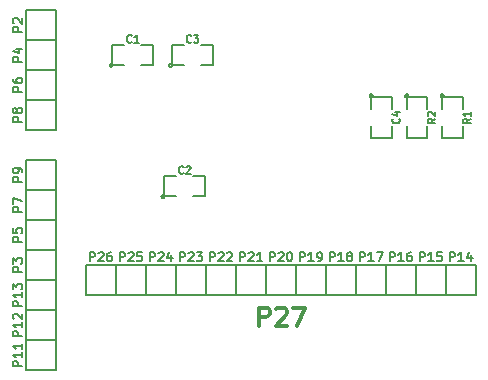
<source format=gto>
G04 (created by PCBNEW-RS274X (2012-01-19 BZR 3256)-stable) date Mon 10 Dec 2012 14:48:19 GMT*
G01*
G70*
G90*
%MOIN*%
G04 Gerber Fmt 3.4, Leading zero omitted, Abs format*
%FSLAX34Y34*%
G04 APERTURE LIST*
%ADD10C,0.006000*%
%ADD11C,0.005000*%
%ADD12C,0.012000*%
G04 APERTURE END LIST*
G54D10*
G54D11*
X56389Y-36835D02*
X56388Y-36844D01*
X56385Y-36854D01*
X56380Y-36862D01*
X56374Y-36870D01*
X56366Y-36876D01*
X56358Y-36881D01*
X56349Y-36883D01*
X56339Y-36884D01*
X56330Y-36884D01*
X56321Y-36881D01*
X56312Y-36876D01*
X56305Y-36870D01*
X56298Y-36863D01*
X56294Y-36854D01*
X56291Y-36845D01*
X56290Y-36835D01*
X56290Y-36826D01*
X56293Y-36817D01*
X56297Y-36808D01*
X56304Y-36801D01*
X56311Y-36794D01*
X56319Y-36790D01*
X56329Y-36787D01*
X56338Y-36786D01*
X56347Y-36786D01*
X56357Y-36789D01*
X56365Y-36793D01*
X56373Y-36799D01*
X56379Y-36807D01*
X56384Y-36815D01*
X56387Y-36824D01*
X56388Y-36834D01*
X56389Y-36835D01*
X56789Y-36835D02*
X56389Y-36835D01*
X56389Y-36835D02*
X56389Y-36157D01*
X56388Y-36157D02*
X56788Y-36157D01*
X57345Y-36157D02*
X57745Y-36157D01*
X57745Y-36157D02*
X57745Y-36835D01*
X57746Y-36835D02*
X57346Y-36835D01*
X66246Y-37855D02*
X66245Y-37864D01*
X66242Y-37874D01*
X66237Y-37882D01*
X66231Y-37890D01*
X66223Y-37896D01*
X66215Y-37901D01*
X66206Y-37903D01*
X66196Y-37904D01*
X66187Y-37904D01*
X66178Y-37901D01*
X66169Y-37896D01*
X66162Y-37890D01*
X66155Y-37883D01*
X66151Y-37874D01*
X66148Y-37865D01*
X66147Y-37855D01*
X66147Y-37846D01*
X66150Y-37837D01*
X66154Y-37828D01*
X66161Y-37821D01*
X66168Y-37814D01*
X66176Y-37810D01*
X66186Y-37807D01*
X66195Y-37806D01*
X66204Y-37806D01*
X66214Y-37809D01*
X66222Y-37813D01*
X66230Y-37819D01*
X66236Y-37827D01*
X66241Y-37835D01*
X66244Y-37844D01*
X66245Y-37854D01*
X66246Y-37855D01*
X66196Y-38305D02*
X66196Y-37905D01*
X66196Y-37905D02*
X66874Y-37905D01*
X66874Y-37904D02*
X66874Y-38304D01*
X66874Y-38861D02*
X66874Y-39261D01*
X66874Y-39261D02*
X66196Y-39261D01*
X66196Y-39262D02*
X66196Y-38862D01*
X67428Y-37855D02*
X67427Y-37864D01*
X67424Y-37874D01*
X67419Y-37882D01*
X67413Y-37890D01*
X67405Y-37896D01*
X67397Y-37901D01*
X67388Y-37903D01*
X67378Y-37904D01*
X67369Y-37904D01*
X67360Y-37901D01*
X67351Y-37896D01*
X67344Y-37890D01*
X67337Y-37883D01*
X67333Y-37874D01*
X67330Y-37865D01*
X67329Y-37855D01*
X67329Y-37846D01*
X67332Y-37837D01*
X67336Y-37828D01*
X67343Y-37821D01*
X67350Y-37814D01*
X67358Y-37810D01*
X67368Y-37807D01*
X67377Y-37806D01*
X67386Y-37806D01*
X67396Y-37809D01*
X67404Y-37813D01*
X67412Y-37819D01*
X67418Y-37827D01*
X67423Y-37835D01*
X67426Y-37844D01*
X67427Y-37854D01*
X67428Y-37855D01*
X67378Y-38305D02*
X67378Y-37905D01*
X67378Y-37905D02*
X68056Y-37905D01*
X68056Y-37904D02*
X68056Y-38304D01*
X68056Y-38861D02*
X68056Y-39261D01*
X68056Y-39261D02*
X67378Y-39261D01*
X67378Y-39262D02*
X67378Y-38862D01*
X58121Y-41205D02*
X58120Y-41214D01*
X58117Y-41224D01*
X58112Y-41232D01*
X58106Y-41240D01*
X58098Y-41246D01*
X58090Y-41251D01*
X58081Y-41253D01*
X58071Y-41254D01*
X58062Y-41254D01*
X58053Y-41251D01*
X58044Y-41246D01*
X58037Y-41240D01*
X58030Y-41233D01*
X58026Y-41224D01*
X58023Y-41215D01*
X58022Y-41205D01*
X58022Y-41196D01*
X58025Y-41187D01*
X58029Y-41178D01*
X58036Y-41171D01*
X58043Y-41164D01*
X58051Y-41160D01*
X58061Y-41157D01*
X58070Y-41156D01*
X58079Y-41156D01*
X58089Y-41159D01*
X58097Y-41163D01*
X58105Y-41169D01*
X58111Y-41177D01*
X58116Y-41185D01*
X58119Y-41194D01*
X58120Y-41204D01*
X58121Y-41205D01*
X58521Y-41205D02*
X58121Y-41205D01*
X58121Y-41205D02*
X58121Y-40527D01*
X58120Y-40527D02*
X58520Y-40527D01*
X59077Y-40527D02*
X59477Y-40527D01*
X59477Y-40527D02*
X59477Y-41205D01*
X59478Y-41205D02*
X59078Y-41205D01*
X58377Y-36835D02*
X58376Y-36844D01*
X58373Y-36854D01*
X58368Y-36862D01*
X58362Y-36870D01*
X58354Y-36876D01*
X58346Y-36881D01*
X58337Y-36883D01*
X58327Y-36884D01*
X58318Y-36884D01*
X58309Y-36881D01*
X58300Y-36876D01*
X58293Y-36870D01*
X58286Y-36863D01*
X58282Y-36854D01*
X58279Y-36845D01*
X58278Y-36835D01*
X58278Y-36826D01*
X58281Y-36817D01*
X58285Y-36808D01*
X58292Y-36801D01*
X58299Y-36794D01*
X58307Y-36790D01*
X58317Y-36787D01*
X58326Y-36786D01*
X58335Y-36786D01*
X58345Y-36789D01*
X58353Y-36793D01*
X58361Y-36799D01*
X58367Y-36807D01*
X58372Y-36815D01*
X58375Y-36824D01*
X58376Y-36834D01*
X58377Y-36835D01*
X58777Y-36835D02*
X58377Y-36835D01*
X58377Y-36835D02*
X58377Y-36157D01*
X58376Y-36157D02*
X58776Y-36157D01*
X59333Y-36157D02*
X59733Y-36157D01*
X59733Y-36157D02*
X59733Y-36835D01*
X59734Y-36835D02*
X59334Y-36835D01*
G54D10*
X62500Y-44500D02*
X62500Y-43500D01*
X62500Y-43500D02*
X63500Y-43500D01*
X63500Y-43500D02*
X63500Y-44500D01*
X63500Y-44500D02*
X62500Y-44500D01*
X54500Y-36000D02*
X53500Y-36000D01*
X53500Y-36000D02*
X53500Y-35000D01*
X53500Y-35000D02*
X54500Y-35000D01*
X54500Y-35000D02*
X54500Y-36000D01*
X54500Y-44000D02*
X53500Y-44000D01*
X53500Y-44000D02*
X53500Y-43000D01*
X53500Y-43000D02*
X54500Y-43000D01*
X54500Y-43000D02*
X54500Y-44000D01*
X54500Y-37000D02*
X53500Y-37000D01*
X53500Y-37000D02*
X53500Y-36000D01*
X53500Y-36000D02*
X54500Y-36000D01*
X54500Y-36000D02*
X54500Y-37000D01*
X55500Y-44500D02*
X55500Y-43500D01*
X55500Y-43500D02*
X56500Y-43500D01*
X56500Y-43500D02*
X56500Y-44500D01*
X56500Y-44500D02*
X55500Y-44500D01*
X56500Y-44500D02*
X56500Y-43500D01*
X56500Y-43500D02*
X57500Y-43500D01*
X57500Y-43500D02*
X57500Y-44500D01*
X57500Y-44500D02*
X56500Y-44500D01*
X57500Y-44500D02*
X57500Y-43500D01*
X57500Y-43500D02*
X58500Y-43500D01*
X58500Y-43500D02*
X58500Y-44500D01*
X58500Y-44500D02*
X57500Y-44500D01*
X58500Y-44500D02*
X58500Y-43500D01*
X58500Y-43500D02*
X59500Y-43500D01*
X59500Y-43500D02*
X59500Y-44500D01*
X59500Y-44500D02*
X58500Y-44500D01*
X59500Y-44500D02*
X59500Y-43500D01*
X59500Y-43500D02*
X60500Y-43500D01*
X60500Y-43500D02*
X60500Y-44500D01*
X60500Y-44500D02*
X59500Y-44500D01*
X60500Y-44500D02*
X60500Y-43500D01*
X60500Y-43500D02*
X61500Y-43500D01*
X61500Y-43500D02*
X61500Y-44500D01*
X61500Y-44500D02*
X60500Y-44500D01*
X61500Y-44500D02*
X61500Y-43500D01*
X61500Y-43500D02*
X62500Y-43500D01*
X62500Y-43500D02*
X62500Y-44500D01*
X62500Y-44500D02*
X61500Y-44500D01*
X54500Y-43000D02*
X53500Y-43000D01*
X53500Y-43000D02*
X53500Y-42000D01*
X53500Y-42000D02*
X54500Y-42000D01*
X54500Y-42000D02*
X54500Y-43000D01*
X63500Y-44500D02*
X63500Y-43500D01*
X63500Y-43500D02*
X64500Y-43500D01*
X64500Y-43500D02*
X64500Y-44500D01*
X64500Y-44500D02*
X63500Y-44500D01*
X64500Y-44500D02*
X64500Y-43500D01*
X64500Y-43500D02*
X65500Y-43500D01*
X65500Y-43500D02*
X65500Y-44500D01*
X65500Y-44500D02*
X64500Y-44500D01*
X65500Y-44500D02*
X65500Y-43500D01*
X65500Y-43500D02*
X66500Y-43500D01*
X66500Y-43500D02*
X66500Y-44500D01*
X66500Y-44500D02*
X65500Y-44500D01*
X66500Y-44500D02*
X66500Y-43500D01*
X66500Y-43500D02*
X67500Y-43500D01*
X67500Y-43500D02*
X67500Y-44500D01*
X67500Y-44500D02*
X66500Y-44500D01*
X67500Y-44500D02*
X67500Y-43500D01*
X67500Y-43500D02*
X68500Y-43500D01*
X68500Y-43500D02*
X68500Y-44500D01*
X68500Y-44500D02*
X67500Y-44500D01*
X54500Y-46000D02*
X53500Y-46000D01*
X53500Y-46000D02*
X53500Y-45000D01*
X53500Y-45000D02*
X54500Y-45000D01*
X54500Y-45000D02*
X54500Y-46000D01*
X54500Y-45000D02*
X53500Y-45000D01*
X53500Y-45000D02*
X53500Y-44000D01*
X53500Y-44000D02*
X54500Y-44000D01*
X54500Y-44000D02*
X54500Y-45000D01*
X54500Y-47000D02*
X53500Y-47000D01*
X53500Y-47000D02*
X53500Y-46000D01*
X53500Y-46000D02*
X54500Y-46000D01*
X54500Y-46000D02*
X54500Y-47000D01*
X54500Y-41000D02*
X53500Y-41000D01*
X53500Y-41000D02*
X53500Y-40000D01*
X53500Y-40000D02*
X54500Y-40000D01*
X54500Y-40000D02*
X54500Y-41000D01*
X54500Y-39000D02*
X53500Y-39000D01*
X53500Y-39000D02*
X53500Y-38000D01*
X53500Y-38000D02*
X54500Y-38000D01*
X54500Y-38000D02*
X54500Y-39000D01*
X54500Y-42000D02*
X53500Y-42000D01*
X53500Y-42000D02*
X53500Y-41000D01*
X53500Y-41000D02*
X54500Y-41000D01*
X54500Y-41000D02*
X54500Y-42000D01*
X54500Y-38000D02*
X53500Y-38000D01*
X53500Y-38000D02*
X53500Y-37000D01*
X53500Y-37000D02*
X54500Y-37000D01*
X54500Y-37000D02*
X54500Y-38000D01*
G54D11*
X65065Y-37855D02*
X65064Y-37864D01*
X65061Y-37874D01*
X65056Y-37882D01*
X65050Y-37890D01*
X65042Y-37896D01*
X65034Y-37901D01*
X65025Y-37903D01*
X65015Y-37904D01*
X65006Y-37904D01*
X64997Y-37901D01*
X64988Y-37896D01*
X64981Y-37890D01*
X64974Y-37883D01*
X64970Y-37874D01*
X64967Y-37865D01*
X64966Y-37855D01*
X64966Y-37846D01*
X64969Y-37837D01*
X64973Y-37828D01*
X64980Y-37821D01*
X64987Y-37814D01*
X64995Y-37810D01*
X65005Y-37807D01*
X65014Y-37806D01*
X65023Y-37806D01*
X65033Y-37809D01*
X65041Y-37813D01*
X65049Y-37819D01*
X65055Y-37827D01*
X65060Y-37835D01*
X65063Y-37844D01*
X65064Y-37854D01*
X65065Y-37855D01*
X65015Y-38305D02*
X65015Y-37905D01*
X65015Y-37905D02*
X65693Y-37905D01*
X65693Y-37904D02*
X65693Y-38304D01*
X65693Y-38861D02*
X65693Y-39261D01*
X65693Y-39261D02*
X65015Y-39261D01*
X65015Y-39262D02*
X65015Y-38862D01*
G54D12*
X61280Y-45519D02*
X61280Y-44919D01*
X61508Y-44919D01*
X61566Y-44947D01*
X61594Y-44976D01*
X61623Y-45033D01*
X61623Y-45119D01*
X61594Y-45176D01*
X61566Y-45205D01*
X61508Y-45233D01*
X61280Y-45233D01*
X61851Y-44976D02*
X61880Y-44947D01*
X61937Y-44919D01*
X62080Y-44919D01*
X62137Y-44947D01*
X62166Y-44976D01*
X62194Y-45033D01*
X62194Y-45090D01*
X62166Y-45176D01*
X61823Y-45519D01*
X62194Y-45519D01*
X62394Y-44919D02*
X62794Y-44919D01*
X62537Y-45519D01*
G54D11*
X57025Y-36061D02*
X57013Y-36073D01*
X56978Y-36085D01*
X56954Y-36085D01*
X56918Y-36073D01*
X56894Y-36049D01*
X56883Y-36026D01*
X56871Y-35978D01*
X56871Y-35942D01*
X56883Y-35895D01*
X56894Y-35871D01*
X56918Y-35847D01*
X56954Y-35835D01*
X56978Y-35835D01*
X57013Y-35847D01*
X57025Y-35859D01*
X57263Y-36085D02*
X57121Y-36085D01*
X57192Y-36085D02*
X57192Y-35835D01*
X57168Y-35871D01*
X57144Y-35895D01*
X57121Y-35907D01*
X67148Y-38625D02*
X67029Y-38708D01*
X67148Y-38767D02*
X66898Y-38767D01*
X66898Y-38672D01*
X66910Y-38648D01*
X66922Y-38637D01*
X66946Y-38625D01*
X66982Y-38625D01*
X67005Y-38637D01*
X67017Y-38648D01*
X67029Y-38672D01*
X67029Y-38767D01*
X66922Y-38529D02*
X66910Y-38517D01*
X66898Y-38494D01*
X66898Y-38434D01*
X66910Y-38410D01*
X66922Y-38398D01*
X66946Y-38387D01*
X66970Y-38387D01*
X67005Y-38398D01*
X67148Y-38541D01*
X67148Y-38387D01*
X68330Y-38625D02*
X68211Y-38708D01*
X68330Y-38767D02*
X68080Y-38767D01*
X68080Y-38672D01*
X68092Y-38648D01*
X68104Y-38637D01*
X68128Y-38625D01*
X68164Y-38625D01*
X68187Y-38637D01*
X68199Y-38648D01*
X68211Y-38672D01*
X68211Y-38767D01*
X68330Y-38387D02*
X68330Y-38529D01*
X68330Y-38458D02*
X68080Y-38458D01*
X68116Y-38482D01*
X68140Y-38506D01*
X68152Y-38529D01*
X58757Y-40431D02*
X58745Y-40443D01*
X58710Y-40455D01*
X58686Y-40455D01*
X58650Y-40443D01*
X58626Y-40419D01*
X58615Y-40396D01*
X58603Y-40348D01*
X58603Y-40312D01*
X58615Y-40265D01*
X58626Y-40241D01*
X58650Y-40217D01*
X58686Y-40205D01*
X58710Y-40205D01*
X58745Y-40217D01*
X58757Y-40229D01*
X58853Y-40229D02*
X58865Y-40217D01*
X58888Y-40205D01*
X58948Y-40205D01*
X58972Y-40217D01*
X58984Y-40229D01*
X58995Y-40253D01*
X58995Y-40277D01*
X58984Y-40312D01*
X58841Y-40455D01*
X58995Y-40455D01*
X59013Y-36061D02*
X59001Y-36073D01*
X58966Y-36085D01*
X58942Y-36085D01*
X58906Y-36073D01*
X58882Y-36049D01*
X58871Y-36026D01*
X58859Y-35978D01*
X58859Y-35942D01*
X58871Y-35895D01*
X58882Y-35871D01*
X58906Y-35847D01*
X58942Y-35835D01*
X58966Y-35835D01*
X59001Y-35847D01*
X59013Y-35859D01*
X59097Y-35835D02*
X59251Y-35835D01*
X59168Y-35930D01*
X59204Y-35930D01*
X59228Y-35942D01*
X59240Y-35954D01*
X59251Y-35978D01*
X59251Y-36038D01*
X59240Y-36061D01*
X59228Y-36073D01*
X59204Y-36085D01*
X59132Y-36085D01*
X59109Y-36073D01*
X59097Y-36061D01*
G54D10*
X62635Y-43371D02*
X62635Y-43071D01*
X62750Y-43071D01*
X62778Y-43086D01*
X62793Y-43100D01*
X62807Y-43129D01*
X62807Y-43171D01*
X62793Y-43200D01*
X62778Y-43214D01*
X62750Y-43229D01*
X62635Y-43229D01*
X63093Y-43371D02*
X62921Y-43371D01*
X63007Y-43371D02*
X63007Y-43071D01*
X62978Y-43114D01*
X62950Y-43143D01*
X62921Y-43157D01*
X63236Y-43371D02*
X63293Y-43371D01*
X63321Y-43357D01*
X63336Y-43343D01*
X63364Y-43300D01*
X63379Y-43243D01*
X63379Y-43129D01*
X63364Y-43100D01*
X63350Y-43086D01*
X63321Y-43071D01*
X63264Y-43071D01*
X63236Y-43086D01*
X63221Y-43100D01*
X63207Y-43129D01*
X63207Y-43200D01*
X63221Y-43229D01*
X63236Y-43243D01*
X63264Y-43257D01*
X63321Y-43257D01*
X63350Y-43243D01*
X63364Y-43229D01*
X63379Y-43200D01*
X53371Y-35722D02*
X53071Y-35722D01*
X53071Y-35607D01*
X53086Y-35579D01*
X53100Y-35564D01*
X53129Y-35550D01*
X53171Y-35550D01*
X53200Y-35564D01*
X53214Y-35579D01*
X53229Y-35607D01*
X53229Y-35722D01*
X53100Y-35436D02*
X53086Y-35422D01*
X53071Y-35393D01*
X53071Y-35322D01*
X53086Y-35293D01*
X53100Y-35279D01*
X53129Y-35264D01*
X53157Y-35264D01*
X53200Y-35279D01*
X53371Y-35450D01*
X53371Y-35264D01*
X53371Y-43722D02*
X53071Y-43722D01*
X53071Y-43607D01*
X53086Y-43579D01*
X53100Y-43564D01*
X53129Y-43550D01*
X53171Y-43550D01*
X53200Y-43564D01*
X53214Y-43579D01*
X53229Y-43607D01*
X53229Y-43722D01*
X53071Y-43450D02*
X53071Y-43264D01*
X53186Y-43364D01*
X53186Y-43322D01*
X53200Y-43293D01*
X53214Y-43279D01*
X53243Y-43264D01*
X53314Y-43264D01*
X53343Y-43279D01*
X53357Y-43293D01*
X53371Y-43322D01*
X53371Y-43407D01*
X53357Y-43436D01*
X53343Y-43450D01*
X53371Y-36722D02*
X53071Y-36722D01*
X53071Y-36607D01*
X53086Y-36579D01*
X53100Y-36564D01*
X53129Y-36550D01*
X53171Y-36550D01*
X53200Y-36564D01*
X53214Y-36579D01*
X53229Y-36607D01*
X53229Y-36722D01*
X53171Y-36293D02*
X53371Y-36293D01*
X53057Y-36364D02*
X53271Y-36436D01*
X53271Y-36250D01*
X55635Y-43371D02*
X55635Y-43071D01*
X55750Y-43071D01*
X55778Y-43086D01*
X55793Y-43100D01*
X55807Y-43129D01*
X55807Y-43171D01*
X55793Y-43200D01*
X55778Y-43214D01*
X55750Y-43229D01*
X55635Y-43229D01*
X55921Y-43100D02*
X55935Y-43086D01*
X55964Y-43071D01*
X56035Y-43071D01*
X56064Y-43086D01*
X56078Y-43100D01*
X56093Y-43129D01*
X56093Y-43157D01*
X56078Y-43200D01*
X55907Y-43371D01*
X56093Y-43371D01*
X56350Y-43071D02*
X56293Y-43071D01*
X56264Y-43086D01*
X56250Y-43100D01*
X56221Y-43143D01*
X56207Y-43200D01*
X56207Y-43314D01*
X56221Y-43343D01*
X56236Y-43357D01*
X56264Y-43371D01*
X56321Y-43371D01*
X56350Y-43357D01*
X56364Y-43343D01*
X56379Y-43314D01*
X56379Y-43243D01*
X56364Y-43214D01*
X56350Y-43200D01*
X56321Y-43186D01*
X56264Y-43186D01*
X56236Y-43200D01*
X56221Y-43214D01*
X56207Y-43243D01*
X56635Y-43371D02*
X56635Y-43071D01*
X56750Y-43071D01*
X56778Y-43086D01*
X56793Y-43100D01*
X56807Y-43129D01*
X56807Y-43171D01*
X56793Y-43200D01*
X56778Y-43214D01*
X56750Y-43229D01*
X56635Y-43229D01*
X56921Y-43100D02*
X56935Y-43086D01*
X56964Y-43071D01*
X57035Y-43071D01*
X57064Y-43086D01*
X57078Y-43100D01*
X57093Y-43129D01*
X57093Y-43157D01*
X57078Y-43200D01*
X56907Y-43371D01*
X57093Y-43371D01*
X57364Y-43071D02*
X57221Y-43071D01*
X57207Y-43214D01*
X57221Y-43200D01*
X57250Y-43186D01*
X57321Y-43186D01*
X57350Y-43200D01*
X57364Y-43214D01*
X57379Y-43243D01*
X57379Y-43314D01*
X57364Y-43343D01*
X57350Y-43357D01*
X57321Y-43371D01*
X57250Y-43371D01*
X57221Y-43357D01*
X57207Y-43343D01*
X57635Y-43371D02*
X57635Y-43071D01*
X57750Y-43071D01*
X57778Y-43086D01*
X57793Y-43100D01*
X57807Y-43129D01*
X57807Y-43171D01*
X57793Y-43200D01*
X57778Y-43214D01*
X57750Y-43229D01*
X57635Y-43229D01*
X57921Y-43100D02*
X57935Y-43086D01*
X57964Y-43071D01*
X58035Y-43071D01*
X58064Y-43086D01*
X58078Y-43100D01*
X58093Y-43129D01*
X58093Y-43157D01*
X58078Y-43200D01*
X57907Y-43371D01*
X58093Y-43371D01*
X58350Y-43171D02*
X58350Y-43371D01*
X58279Y-43057D02*
X58207Y-43271D01*
X58393Y-43271D01*
X58635Y-43371D02*
X58635Y-43071D01*
X58750Y-43071D01*
X58778Y-43086D01*
X58793Y-43100D01*
X58807Y-43129D01*
X58807Y-43171D01*
X58793Y-43200D01*
X58778Y-43214D01*
X58750Y-43229D01*
X58635Y-43229D01*
X58921Y-43100D02*
X58935Y-43086D01*
X58964Y-43071D01*
X59035Y-43071D01*
X59064Y-43086D01*
X59078Y-43100D01*
X59093Y-43129D01*
X59093Y-43157D01*
X59078Y-43200D01*
X58907Y-43371D01*
X59093Y-43371D01*
X59193Y-43071D02*
X59379Y-43071D01*
X59279Y-43186D01*
X59321Y-43186D01*
X59350Y-43200D01*
X59364Y-43214D01*
X59379Y-43243D01*
X59379Y-43314D01*
X59364Y-43343D01*
X59350Y-43357D01*
X59321Y-43371D01*
X59236Y-43371D01*
X59207Y-43357D01*
X59193Y-43343D01*
X59635Y-43371D02*
X59635Y-43071D01*
X59750Y-43071D01*
X59778Y-43086D01*
X59793Y-43100D01*
X59807Y-43129D01*
X59807Y-43171D01*
X59793Y-43200D01*
X59778Y-43214D01*
X59750Y-43229D01*
X59635Y-43229D01*
X59921Y-43100D02*
X59935Y-43086D01*
X59964Y-43071D01*
X60035Y-43071D01*
X60064Y-43086D01*
X60078Y-43100D01*
X60093Y-43129D01*
X60093Y-43157D01*
X60078Y-43200D01*
X59907Y-43371D01*
X60093Y-43371D01*
X60207Y-43100D02*
X60221Y-43086D01*
X60250Y-43071D01*
X60321Y-43071D01*
X60350Y-43086D01*
X60364Y-43100D01*
X60379Y-43129D01*
X60379Y-43157D01*
X60364Y-43200D01*
X60193Y-43371D01*
X60379Y-43371D01*
X60635Y-43371D02*
X60635Y-43071D01*
X60750Y-43071D01*
X60778Y-43086D01*
X60793Y-43100D01*
X60807Y-43129D01*
X60807Y-43171D01*
X60793Y-43200D01*
X60778Y-43214D01*
X60750Y-43229D01*
X60635Y-43229D01*
X60921Y-43100D02*
X60935Y-43086D01*
X60964Y-43071D01*
X61035Y-43071D01*
X61064Y-43086D01*
X61078Y-43100D01*
X61093Y-43129D01*
X61093Y-43157D01*
X61078Y-43200D01*
X60907Y-43371D01*
X61093Y-43371D01*
X61379Y-43371D02*
X61207Y-43371D01*
X61293Y-43371D02*
X61293Y-43071D01*
X61264Y-43114D01*
X61236Y-43143D01*
X61207Y-43157D01*
X61635Y-43371D02*
X61635Y-43071D01*
X61750Y-43071D01*
X61778Y-43086D01*
X61793Y-43100D01*
X61807Y-43129D01*
X61807Y-43171D01*
X61793Y-43200D01*
X61778Y-43214D01*
X61750Y-43229D01*
X61635Y-43229D01*
X61921Y-43100D02*
X61935Y-43086D01*
X61964Y-43071D01*
X62035Y-43071D01*
X62064Y-43086D01*
X62078Y-43100D01*
X62093Y-43129D01*
X62093Y-43157D01*
X62078Y-43200D01*
X61907Y-43371D01*
X62093Y-43371D01*
X62279Y-43071D02*
X62307Y-43071D01*
X62336Y-43086D01*
X62350Y-43100D01*
X62364Y-43129D01*
X62379Y-43186D01*
X62379Y-43257D01*
X62364Y-43314D01*
X62350Y-43343D01*
X62336Y-43357D01*
X62307Y-43371D01*
X62279Y-43371D01*
X62250Y-43357D01*
X62236Y-43343D01*
X62221Y-43314D01*
X62207Y-43257D01*
X62207Y-43186D01*
X62221Y-43129D01*
X62236Y-43100D01*
X62250Y-43086D01*
X62279Y-43071D01*
X53371Y-42722D02*
X53071Y-42722D01*
X53071Y-42607D01*
X53086Y-42579D01*
X53100Y-42564D01*
X53129Y-42550D01*
X53171Y-42550D01*
X53200Y-42564D01*
X53214Y-42579D01*
X53229Y-42607D01*
X53229Y-42722D01*
X53071Y-42279D02*
X53071Y-42422D01*
X53214Y-42436D01*
X53200Y-42422D01*
X53186Y-42393D01*
X53186Y-42322D01*
X53200Y-42293D01*
X53214Y-42279D01*
X53243Y-42264D01*
X53314Y-42264D01*
X53343Y-42279D01*
X53357Y-42293D01*
X53371Y-42322D01*
X53371Y-42393D01*
X53357Y-42422D01*
X53343Y-42436D01*
X63635Y-43371D02*
X63635Y-43071D01*
X63750Y-43071D01*
X63778Y-43086D01*
X63793Y-43100D01*
X63807Y-43129D01*
X63807Y-43171D01*
X63793Y-43200D01*
X63778Y-43214D01*
X63750Y-43229D01*
X63635Y-43229D01*
X64093Y-43371D02*
X63921Y-43371D01*
X64007Y-43371D02*
X64007Y-43071D01*
X63978Y-43114D01*
X63950Y-43143D01*
X63921Y-43157D01*
X64264Y-43200D02*
X64236Y-43186D01*
X64221Y-43171D01*
X64207Y-43143D01*
X64207Y-43129D01*
X64221Y-43100D01*
X64236Y-43086D01*
X64264Y-43071D01*
X64321Y-43071D01*
X64350Y-43086D01*
X64364Y-43100D01*
X64379Y-43129D01*
X64379Y-43143D01*
X64364Y-43171D01*
X64350Y-43186D01*
X64321Y-43200D01*
X64264Y-43200D01*
X64236Y-43214D01*
X64221Y-43229D01*
X64207Y-43257D01*
X64207Y-43314D01*
X64221Y-43343D01*
X64236Y-43357D01*
X64264Y-43371D01*
X64321Y-43371D01*
X64350Y-43357D01*
X64364Y-43343D01*
X64379Y-43314D01*
X64379Y-43257D01*
X64364Y-43229D01*
X64350Y-43214D01*
X64321Y-43200D01*
X64635Y-43371D02*
X64635Y-43071D01*
X64750Y-43071D01*
X64778Y-43086D01*
X64793Y-43100D01*
X64807Y-43129D01*
X64807Y-43171D01*
X64793Y-43200D01*
X64778Y-43214D01*
X64750Y-43229D01*
X64635Y-43229D01*
X65093Y-43371D02*
X64921Y-43371D01*
X65007Y-43371D02*
X65007Y-43071D01*
X64978Y-43114D01*
X64950Y-43143D01*
X64921Y-43157D01*
X65193Y-43071D02*
X65393Y-43071D01*
X65264Y-43371D01*
X65635Y-43371D02*
X65635Y-43071D01*
X65750Y-43071D01*
X65778Y-43086D01*
X65793Y-43100D01*
X65807Y-43129D01*
X65807Y-43171D01*
X65793Y-43200D01*
X65778Y-43214D01*
X65750Y-43229D01*
X65635Y-43229D01*
X66093Y-43371D02*
X65921Y-43371D01*
X66007Y-43371D02*
X66007Y-43071D01*
X65978Y-43114D01*
X65950Y-43143D01*
X65921Y-43157D01*
X66350Y-43071D02*
X66293Y-43071D01*
X66264Y-43086D01*
X66250Y-43100D01*
X66221Y-43143D01*
X66207Y-43200D01*
X66207Y-43314D01*
X66221Y-43343D01*
X66236Y-43357D01*
X66264Y-43371D01*
X66321Y-43371D01*
X66350Y-43357D01*
X66364Y-43343D01*
X66379Y-43314D01*
X66379Y-43243D01*
X66364Y-43214D01*
X66350Y-43200D01*
X66321Y-43186D01*
X66264Y-43186D01*
X66236Y-43200D01*
X66221Y-43214D01*
X66207Y-43243D01*
X66635Y-43371D02*
X66635Y-43071D01*
X66750Y-43071D01*
X66778Y-43086D01*
X66793Y-43100D01*
X66807Y-43129D01*
X66807Y-43171D01*
X66793Y-43200D01*
X66778Y-43214D01*
X66750Y-43229D01*
X66635Y-43229D01*
X67093Y-43371D02*
X66921Y-43371D01*
X67007Y-43371D02*
X67007Y-43071D01*
X66978Y-43114D01*
X66950Y-43143D01*
X66921Y-43157D01*
X67364Y-43071D02*
X67221Y-43071D01*
X67207Y-43214D01*
X67221Y-43200D01*
X67250Y-43186D01*
X67321Y-43186D01*
X67350Y-43200D01*
X67364Y-43214D01*
X67379Y-43243D01*
X67379Y-43314D01*
X67364Y-43343D01*
X67350Y-43357D01*
X67321Y-43371D01*
X67250Y-43371D01*
X67221Y-43357D01*
X67207Y-43343D01*
X67635Y-43371D02*
X67635Y-43071D01*
X67750Y-43071D01*
X67778Y-43086D01*
X67793Y-43100D01*
X67807Y-43129D01*
X67807Y-43171D01*
X67793Y-43200D01*
X67778Y-43214D01*
X67750Y-43229D01*
X67635Y-43229D01*
X68093Y-43371D02*
X67921Y-43371D01*
X68007Y-43371D02*
X68007Y-43071D01*
X67978Y-43114D01*
X67950Y-43143D01*
X67921Y-43157D01*
X68350Y-43171D02*
X68350Y-43371D01*
X68279Y-43057D02*
X68207Y-43271D01*
X68393Y-43271D01*
X53371Y-45865D02*
X53071Y-45865D01*
X53071Y-45750D01*
X53086Y-45722D01*
X53100Y-45707D01*
X53129Y-45693D01*
X53171Y-45693D01*
X53200Y-45707D01*
X53214Y-45722D01*
X53229Y-45750D01*
X53229Y-45865D01*
X53371Y-45407D02*
X53371Y-45579D01*
X53371Y-45493D02*
X53071Y-45493D01*
X53114Y-45522D01*
X53143Y-45550D01*
X53157Y-45579D01*
X53100Y-45293D02*
X53086Y-45279D01*
X53071Y-45250D01*
X53071Y-45179D01*
X53086Y-45150D01*
X53100Y-45136D01*
X53129Y-45121D01*
X53157Y-45121D01*
X53200Y-45136D01*
X53371Y-45307D01*
X53371Y-45121D01*
X53371Y-44865D02*
X53071Y-44865D01*
X53071Y-44750D01*
X53086Y-44722D01*
X53100Y-44707D01*
X53129Y-44693D01*
X53171Y-44693D01*
X53200Y-44707D01*
X53214Y-44722D01*
X53229Y-44750D01*
X53229Y-44865D01*
X53371Y-44407D02*
X53371Y-44579D01*
X53371Y-44493D02*
X53071Y-44493D01*
X53114Y-44522D01*
X53143Y-44550D01*
X53157Y-44579D01*
X53071Y-44307D02*
X53071Y-44121D01*
X53186Y-44221D01*
X53186Y-44179D01*
X53200Y-44150D01*
X53214Y-44136D01*
X53243Y-44121D01*
X53314Y-44121D01*
X53343Y-44136D01*
X53357Y-44150D01*
X53371Y-44179D01*
X53371Y-44264D01*
X53357Y-44293D01*
X53343Y-44307D01*
X53371Y-46865D02*
X53071Y-46865D01*
X53071Y-46750D01*
X53086Y-46722D01*
X53100Y-46707D01*
X53129Y-46693D01*
X53171Y-46693D01*
X53200Y-46707D01*
X53214Y-46722D01*
X53229Y-46750D01*
X53229Y-46865D01*
X53371Y-46407D02*
X53371Y-46579D01*
X53371Y-46493D02*
X53071Y-46493D01*
X53114Y-46522D01*
X53143Y-46550D01*
X53157Y-46579D01*
X53371Y-46121D02*
X53371Y-46293D01*
X53371Y-46207D02*
X53071Y-46207D01*
X53114Y-46236D01*
X53143Y-46264D01*
X53157Y-46293D01*
X53371Y-40722D02*
X53071Y-40722D01*
X53071Y-40607D01*
X53086Y-40579D01*
X53100Y-40564D01*
X53129Y-40550D01*
X53171Y-40550D01*
X53200Y-40564D01*
X53214Y-40579D01*
X53229Y-40607D01*
X53229Y-40722D01*
X53371Y-40407D02*
X53371Y-40350D01*
X53357Y-40322D01*
X53343Y-40307D01*
X53300Y-40279D01*
X53243Y-40264D01*
X53129Y-40264D01*
X53100Y-40279D01*
X53086Y-40293D01*
X53071Y-40322D01*
X53071Y-40379D01*
X53086Y-40407D01*
X53100Y-40422D01*
X53129Y-40436D01*
X53200Y-40436D01*
X53229Y-40422D01*
X53243Y-40407D01*
X53257Y-40379D01*
X53257Y-40322D01*
X53243Y-40293D01*
X53229Y-40279D01*
X53200Y-40264D01*
X53371Y-38722D02*
X53071Y-38722D01*
X53071Y-38607D01*
X53086Y-38579D01*
X53100Y-38564D01*
X53129Y-38550D01*
X53171Y-38550D01*
X53200Y-38564D01*
X53214Y-38579D01*
X53229Y-38607D01*
X53229Y-38722D01*
X53200Y-38379D02*
X53186Y-38407D01*
X53171Y-38422D01*
X53143Y-38436D01*
X53129Y-38436D01*
X53100Y-38422D01*
X53086Y-38407D01*
X53071Y-38379D01*
X53071Y-38322D01*
X53086Y-38293D01*
X53100Y-38279D01*
X53129Y-38264D01*
X53143Y-38264D01*
X53171Y-38279D01*
X53186Y-38293D01*
X53200Y-38322D01*
X53200Y-38379D01*
X53214Y-38407D01*
X53229Y-38422D01*
X53257Y-38436D01*
X53314Y-38436D01*
X53343Y-38422D01*
X53357Y-38407D01*
X53371Y-38379D01*
X53371Y-38322D01*
X53357Y-38293D01*
X53343Y-38279D01*
X53314Y-38264D01*
X53257Y-38264D01*
X53229Y-38279D01*
X53214Y-38293D01*
X53200Y-38322D01*
X53371Y-41722D02*
X53071Y-41722D01*
X53071Y-41607D01*
X53086Y-41579D01*
X53100Y-41564D01*
X53129Y-41550D01*
X53171Y-41550D01*
X53200Y-41564D01*
X53214Y-41579D01*
X53229Y-41607D01*
X53229Y-41722D01*
X53071Y-41450D02*
X53071Y-41250D01*
X53371Y-41379D01*
X53371Y-37722D02*
X53071Y-37722D01*
X53071Y-37607D01*
X53086Y-37579D01*
X53100Y-37564D01*
X53129Y-37550D01*
X53171Y-37550D01*
X53200Y-37564D01*
X53214Y-37579D01*
X53229Y-37607D01*
X53229Y-37722D01*
X53071Y-37293D02*
X53071Y-37350D01*
X53086Y-37379D01*
X53100Y-37393D01*
X53143Y-37422D01*
X53200Y-37436D01*
X53314Y-37436D01*
X53343Y-37422D01*
X53357Y-37407D01*
X53371Y-37379D01*
X53371Y-37322D01*
X53357Y-37293D01*
X53343Y-37279D01*
X53314Y-37264D01*
X53243Y-37264D01*
X53214Y-37279D01*
X53200Y-37293D01*
X53186Y-37322D01*
X53186Y-37379D01*
X53200Y-37407D01*
X53214Y-37422D01*
X53243Y-37436D01*
G54D11*
X65943Y-38625D02*
X65955Y-38637D01*
X65967Y-38672D01*
X65967Y-38696D01*
X65955Y-38732D01*
X65931Y-38756D01*
X65908Y-38767D01*
X65860Y-38779D01*
X65824Y-38779D01*
X65777Y-38767D01*
X65753Y-38756D01*
X65729Y-38732D01*
X65717Y-38696D01*
X65717Y-38672D01*
X65729Y-38637D01*
X65741Y-38625D01*
X65801Y-38410D02*
X65967Y-38410D01*
X65705Y-38470D02*
X65884Y-38529D01*
X65884Y-38375D01*
M02*

</source>
